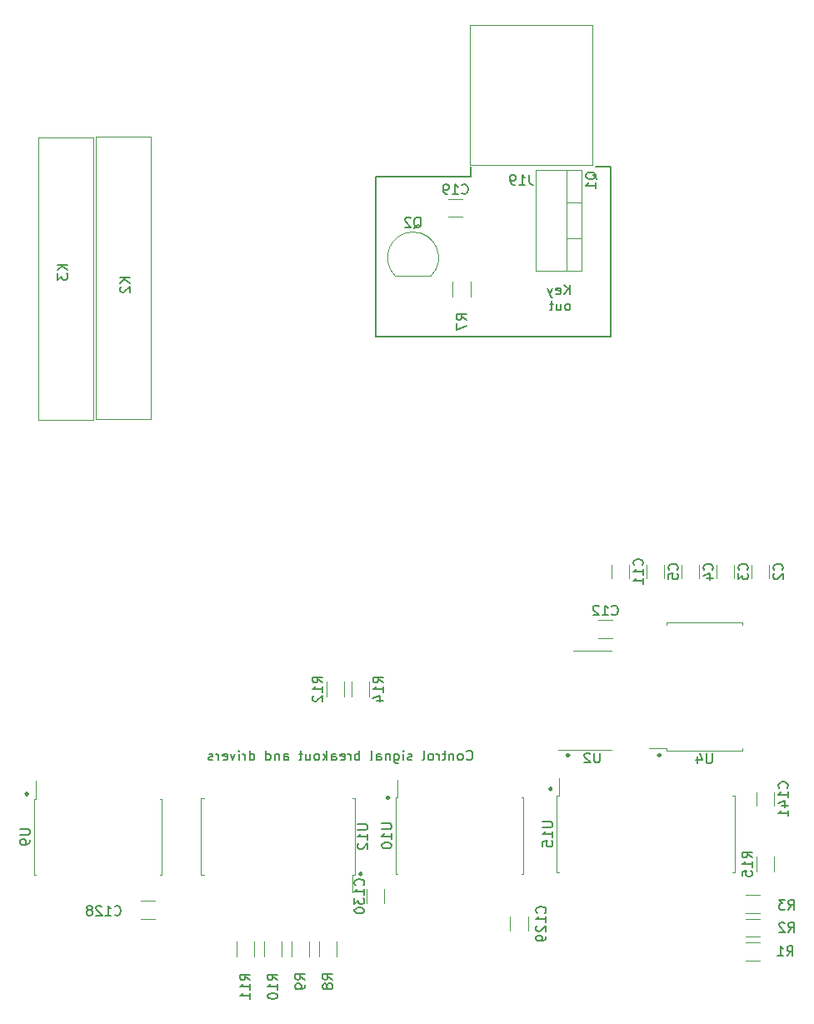
<source format=gbr>
%TF.GenerationSoftware,KiCad,Pcbnew,9.0.2*%
%TF.CreationDate,2025-07-28T11:32:36-05:00*%
%TF.ProjectId,K9HZ_100W_11band_LPF-Control,4b39485a-5f31-4303-9057-5f313162616e,rev?*%
%TF.SameCoordinates,Original*%
%TF.FileFunction,Legend,Bot*%
%TF.FilePolarity,Positive*%
%FSLAX46Y46*%
G04 Gerber Fmt 4.6, Leading zero omitted, Abs format (unit mm)*
G04 Created by KiCad (PCBNEW 9.0.2) date 2025-07-28 11:32:36*
%MOMM*%
%LPD*%
G01*
G04 APERTURE LIST*
%ADD10C,0.150000*%
%ADD11C,0.254605*%
%ADD12C,0.120000*%
G04 APERTURE END LIST*
D10*
X106172000Y-58420000D02*
X106172000Y-74676000D01*
X106172000Y-74676000D02*
X130048000Y-74676000D01*
D11*
X124079302Y-120650000D02*
G75*
G02*
X123824698Y-120650000I-127302J0D01*
G01*
X123824698Y-120650000D02*
G75*
G02*
X124079302Y-120650000I127302J0D01*
G01*
D10*
X130048000Y-57404000D02*
X128524000Y-57404000D01*
D11*
X135128302Y-117221000D02*
G75*
G02*
X134873698Y-117221000I-127302J0D01*
G01*
X134873698Y-117221000D02*
G75*
G02*
X135128302Y-117221000I127302J0D01*
G01*
X125857302Y-117221000D02*
G75*
G02*
X125602698Y-117221000I-127302J0D01*
G01*
X125602698Y-117221000D02*
G75*
G02*
X125857302Y-117221000I127302J0D01*
G01*
X70866302Y-121158000D02*
G75*
G02*
X70611698Y-121158000I-127302J0D01*
G01*
X70611698Y-121158000D02*
G75*
G02*
X70866302Y-121158000I127302J0D01*
G01*
D10*
X115824000Y-58420000D02*
X115824000Y-57404000D01*
X130048000Y-74676000D02*
X130048000Y-57404000D01*
D11*
X107569302Y-121539000D02*
G75*
G02*
X107314698Y-121539000I-127302J0D01*
G01*
X107314698Y-121539000D02*
G75*
G02*
X107569302Y-121539000I127302J0D01*
G01*
X104775302Y-129286000D02*
G75*
G02*
X104520698Y-129286000I-127302J0D01*
G01*
X104520698Y-129286000D02*
G75*
G02*
X104775302Y-129286000I127302J0D01*
G01*
D10*
X115824000Y-58420000D02*
X106172000Y-58420000D01*
X115423792Y-117630580D02*
X115471411Y-117678200D01*
X115471411Y-117678200D02*
X115614268Y-117725819D01*
X115614268Y-117725819D02*
X115709506Y-117725819D01*
X115709506Y-117725819D02*
X115852363Y-117678200D01*
X115852363Y-117678200D02*
X115947601Y-117582961D01*
X115947601Y-117582961D02*
X115995220Y-117487723D01*
X115995220Y-117487723D02*
X116042839Y-117297247D01*
X116042839Y-117297247D02*
X116042839Y-117154390D01*
X116042839Y-117154390D02*
X115995220Y-116963914D01*
X115995220Y-116963914D02*
X115947601Y-116868676D01*
X115947601Y-116868676D02*
X115852363Y-116773438D01*
X115852363Y-116773438D02*
X115709506Y-116725819D01*
X115709506Y-116725819D02*
X115614268Y-116725819D01*
X115614268Y-116725819D02*
X115471411Y-116773438D01*
X115471411Y-116773438D02*
X115423792Y-116821057D01*
X114852363Y-117725819D02*
X114947601Y-117678200D01*
X114947601Y-117678200D02*
X114995220Y-117630580D01*
X114995220Y-117630580D02*
X115042839Y-117535342D01*
X115042839Y-117535342D02*
X115042839Y-117249628D01*
X115042839Y-117249628D02*
X114995220Y-117154390D01*
X114995220Y-117154390D02*
X114947601Y-117106771D01*
X114947601Y-117106771D02*
X114852363Y-117059152D01*
X114852363Y-117059152D02*
X114709506Y-117059152D01*
X114709506Y-117059152D02*
X114614268Y-117106771D01*
X114614268Y-117106771D02*
X114566649Y-117154390D01*
X114566649Y-117154390D02*
X114519030Y-117249628D01*
X114519030Y-117249628D02*
X114519030Y-117535342D01*
X114519030Y-117535342D02*
X114566649Y-117630580D01*
X114566649Y-117630580D02*
X114614268Y-117678200D01*
X114614268Y-117678200D02*
X114709506Y-117725819D01*
X114709506Y-117725819D02*
X114852363Y-117725819D01*
X114090458Y-117059152D02*
X114090458Y-117725819D01*
X114090458Y-117154390D02*
X114042839Y-117106771D01*
X114042839Y-117106771D02*
X113947601Y-117059152D01*
X113947601Y-117059152D02*
X113804744Y-117059152D01*
X113804744Y-117059152D02*
X113709506Y-117106771D01*
X113709506Y-117106771D02*
X113661887Y-117202009D01*
X113661887Y-117202009D02*
X113661887Y-117725819D01*
X113328553Y-117059152D02*
X112947601Y-117059152D01*
X113185696Y-116725819D02*
X113185696Y-117582961D01*
X113185696Y-117582961D02*
X113138077Y-117678200D01*
X113138077Y-117678200D02*
X113042839Y-117725819D01*
X113042839Y-117725819D02*
X112947601Y-117725819D01*
X112614267Y-117725819D02*
X112614267Y-117059152D01*
X112614267Y-117249628D02*
X112566648Y-117154390D01*
X112566648Y-117154390D02*
X112519029Y-117106771D01*
X112519029Y-117106771D02*
X112423791Y-117059152D01*
X112423791Y-117059152D02*
X112328553Y-117059152D01*
X111852362Y-117725819D02*
X111947600Y-117678200D01*
X111947600Y-117678200D02*
X111995219Y-117630580D01*
X111995219Y-117630580D02*
X112042838Y-117535342D01*
X112042838Y-117535342D02*
X112042838Y-117249628D01*
X112042838Y-117249628D02*
X111995219Y-117154390D01*
X111995219Y-117154390D02*
X111947600Y-117106771D01*
X111947600Y-117106771D02*
X111852362Y-117059152D01*
X111852362Y-117059152D02*
X111709505Y-117059152D01*
X111709505Y-117059152D02*
X111614267Y-117106771D01*
X111614267Y-117106771D02*
X111566648Y-117154390D01*
X111566648Y-117154390D02*
X111519029Y-117249628D01*
X111519029Y-117249628D02*
X111519029Y-117535342D01*
X111519029Y-117535342D02*
X111566648Y-117630580D01*
X111566648Y-117630580D02*
X111614267Y-117678200D01*
X111614267Y-117678200D02*
X111709505Y-117725819D01*
X111709505Y-117725819D02*
X111852362Y-117725819D01*
X110947600Y-117725819D02*
X111042838Y-117678200D01*
X111042838Y-117678200D02*
X111090457Y-117582961D01*
X111090457Y-117582961D02*
X111090457Y-116725819D01*
X109852361Y-117678200D02*
X109757123Y-117725819D01*
X109757123Y-117725819D02*
X109566647Y-117725819D01*
X109566647Y-117725819D02*
X109471409Y-117678200D01*
X109471409Y-117678200D02*
X109423790Y-117582961D01*
X109423790Y-117582961D02*
X109423790Y-117535342D01*
X109423790Y-117535342D02*
X109471409Y-117440104D01*
X109471409Y-117440104D02*
X109566647Y-117392485D01*
X109566647Y-117392485D02*
X109709504Y-117392485D01*
X109709504Y-117392485D02*
X109804742Y-117344866D01*
X109804742Y-117344866D02*
X109852361Y-117249628D01*
X109852361Y-117249628D02*
X109852361Y-117202009D01*
X109852361Y-117202009D02*
X109804742Y-117106771D01*
X109804742Y-117106771D02*
X109709504Y-117059152D01*
X109709504Y-117059152D02*
X109566647Y-117059152D01*
X109566647Y-117059152D02*
X109471409Y-117106771D01*
X108995218Y-117725819D02*
X108995218Y-117059152D01*
X108995218Y-116725819D02*
X109042837Y-116773438D01*
X109042837Y-116773438D02*
X108995218Y-116821057D01*
X108995218Y-116821057D02*
X108947599Y-116773438D01*
X108947599Y-116773438D02*
X108995218Y-116725819D01*
X108995218Y-116725819D02*
X108995218Y-116821057D01*
X108090457Y-117059152D02*
X108090457Y-117868676D01*
X108090457Y-117868676D02*
X108138076Y-117963914D01*
X108138076Y-117963914D02*
X108185695Y-118011533D01*
X108185695Y-118011533D02*
X108280933Y-118059152D01*
X108280933Y-118059152D02*
X108423790Y-118059152D01*
X108423790Y-118059152D02*
X108519028Y-118011533D01*
X108090457Y-117678200D02*
X108185695Y-117725819D01*
X108185695Y-117725819D02*
X108376171Y-117725819D01*
X108376171Y-117725819D02*
X108471409Y-117678200D01*
X108471409Y-117678200D02*
X108519028Y-117630580D01*
X108519028Y-117630580D02*
X108566647Y-117535342D01*
X108566647Y-117535342D02*
X108566647Y-117249628D01*
X108566647Y-117249628D02*
X108519028Y-117154390D01*
X108519028Y-117154390D02*
X108471409Y-117106771D01*
X108471409Y-117106771D02*
X108376171Y-117059152D01*
X108376171Y-117059152D02*
X108185695Y-117059152D01*
X108185695Y-117059152D02*
X108090457Y-117106771D01*
X107614266Y-117059152D02*
X107614266Y-117725819D01*
X107614266Y-117154390D02*
X107566647Y-117106771D01*
X107566647Y-117106771D02*
X107471409Y-117059152D01*
X107471409Y-117059152D02*
X107328552Y-117059152D01*
X107328552Y-117059152D02*
X107233314Y-117106771D01*
X107233314Y-117106771D02*
X107185695Y-117202009D01*
X107185695Y-117202009D02*
X107185695Y-117725819D01*
X106280933Y-117725819D02*
X106280933Y-117202009D01*
X106280933Y-117202009D02*
X106328552Y-117106771D01*
X106328552Y-117106771D02*
X106423790Y-117059152D01*
X106423790Y-117059152D02*
X106614266Y-117059152D01*
X106614266Y-117059152D02*
X106709504Y-117106771D01*
X106280933Y-117678200D02*
X106376171Y-117725819D01*
X106376171Y-117725819D02*
X106614266Y-117725819D01*
X106614266Y-117725819D02*
X106709504Y-117678200D01*
X106709504Y-117678200D02*
X106757123Y-117582961D01*
X106757123Y-117582961D02*
X106757123Y-117487723D01*
X106757123Y-117487723D02*
X106709504Y-117392485D01*
X106709504Y-117392485D02*
X106614266Y-117344866D01*
X106614266Y-117344866D02*
X106376171Y-117344866D01*
X106376171Y-117344866D02*
X106280933Y-117297247D01*
X105661885Y-117725819D02*
X105757123Y-117678200D01*
X105757123Y-117678200D02*
X105804742Y-117582961D01*
X105804742Y-117582961D02*
X105804742Y-116725819D01*
X104519027Y-117725819D02*
X104519027Y-116725819D01*
X104519027Y-117106771D02*
X104423789Y-117059152D01*
X104423789Y-117059152D02*
X104233313Y-117059152D01*
X104233313Y-117059152D02*
X104138075Y-117106771D01*
X104138075Y-117106771D02*
X104090456Y-117154390D01*
X104090456Y-117154390D02*
X104042837Y-117249628D01*
X104042837Y-117249628D02*
X104042837Y-117535342D01*
X104042837Y-117535342D02*
X104090456Y-117630580D01*
X104090456Y-117630580D02*
X104138075Y-117678200D01*
X104138075Y-117678200D02*
X104233313Y-117725819D01*
X104233313Y-117725819D02*
X104423789Y-117725819D01*
X104423789Y-117725819D02*
X104519027Y-117678200D01*
X103614265Y-117725819D02*
X103614265Y-117059152D01*
X103614265Y-117249628D02*
X103566646Y-117154390D01*
X103566646Y-117154390D02*
X103519027Y-117106771D01*
X103519027Y-117106771D02*
X103423789Y-117059152D01*
X103423789Y-117059152D02*
X103328551Y-117059152D01*
X102614265Y-117678200D02*
X102709503Y-117725819D01*
X102709503Y-117725819D02*
X102899979Y-117725819D01*
X102899979Y-117725819D02*
X102995217Y-117678200D01*
X102995217Y-117678200D02*
X103042836Y-117582961D01*
X103042836Y-117582961D02*
X103042836Y-117202009D01*
X103042836Y-117202009D02*
X102995217Y-117106771D01*
X102995217Y-117106771D02*
X102899979Y-117059152D01*
X102899979Y-117059152D02*
X102709503Y-117059152D01*
X102709503Y-117059152D02*
X102614265Y-117106771D01*
X102614265Y-117106771D02*
X102566646Y-117202009D01*
X102566646Y-117202009D02*
X102566646Y-117297247D01*
X102566646Y-117297247D02*
X103042836Y-117392485D01*
X101709503Y-117725819D02*
X101709503Y-117202009D01*
X101709503Y-117202009D02*
X101757122Y-117106771D01*
X101757122Y-117106771D02*
X101852360Y-117059152D01*
X101852360Y-117059152D02*
X102042836Y-117059152D01*
X102042836Y-117059152D02*
X102138074Y-117106771D01*
X101709503Y-117678200D02*
X101804741Y-117725819D01*
X101804741Y-117725819D02*
X102042836Y-117725819D01*
X102042836Y-117725819D02*
X102138074Y-117678200D01*
X102138074Y-117678200D02*
X102185693Y-117582961D01*
X102185693Y-117582961D02*
X102185693Y-117487723D01*
X102185693Y-117487723D02*
X102138074Y-117392485D01*
X102138074Y-117392485D02*
X102042836Y-117344866D01*
X102042836Y-117344866D02*
X101804741Y-117344866D01*
X101804741Y-117344866D02*
X101709503Y-117297247D01*
X101233312Y-117725819D02*
X101233312Y-116725819D01*
X101138074Y-117344866D02*
X100852360Y-117725819D01*
X100852360Y-117059152D02*
X101233312Y-117440104D01*
X100280931Y-117725819D02*
X100376169Y-117678200D01*
X100376169Y-117678200D02*
X100423788Y-117630580D01*
X100423788Y-117630580D02*
X100471407Y-117535342D01*
X100471407Y-117535342D02*
X100471407Y-117249628D01*
X100471407Y-117249628D02*
X100423788Y-117154390D01*
X100423788Y-117154390D02*
X100376169Y-117106771D01*
X100376169Y-117106771D02*
X100280931Y-117059152D01*
X100280931Y-117059152D02*
X100138074Y-117059152D01*
X100138074Y-117059152D02*
X100042836Y-117106771D01*
X100042836Y-117106771D02*
X99995217Y-117154390D01*
X99995217Y-117154390D02*
X99947598Y-117249628D01*
X99947598Y-117249628D02*
X99947598Y-117535342D01*
X99947598Y-117535342D02*
X99995217Y-117630580D01*
X99995217Y-117630580D02*
X100042836Y-117678200D01*
X100042836Y-117678200D02*
X100138074Y-117725819D01*
X100138074Y-117725819D02*
X100280931Y-117725819D01*
X99090455Y-117059152D02*
X99090455Y-117725819D01*
X99519026Y-117059152D02*
X99519026Y-117582961D01*
X99519026Y-117582961D02*
X99471407Y-117678200D01*
X99471407Y-117678200D02*
X99376169Y-117725819D01*
X99376169Y-117725819D02*
X99233312Y-117725819D01*
X99233312Y-117725819D02*
X99138074Y-117678200D01*
X99138074Y-117678200D02*
X99090455Y-117630580D01*
X98757121Y-117059152D02*
X98376169Y-117059152D01*
X98614264Y-116725819D02*
X98614264Y-117582961D01*
X98614264Y-117582961D02*
X98566645Y-117678200D01*
X98566645Y-117678200D02*
X98471407Y-117725819D01*
X98471407Y-117725819D02*
X98376169Y-117725819D01*
X96852359Y-117725819D02*
X96852359Y-117202009D01*
X96852359Y-117202009D02*
X96899978Y-117106771D01*
X96899978Y-117106771D02*
X96995216Y-117059152D01*
X96995216Y-117059152D02*
X97185692Y-117059152D01*
X97185692Y-117059152D02*
X97280930Y-117106771D01*
X96852359Y-117678200D02*
X96947597Y-117725819D01*
X96947597Y-117725819D02*
X97185692Y-117725819D01*
X97185692Y-117725819D02*
X97280930Y-117678200D01*
X97280930Y-117678200D02*
X97328549Y-117582961D01*
X97328549Y-117582961D02*
X97328549Y-117487723D01*
X97328549Y-117487723D02*
X97280930Y-117392485D01*
X97280930Y-117392485D02*
X97185692Y-117344866D01*
X97185692Y-117344866D02*
X96947597Y-117344866D01*
X96947597Y-117344866D02*
X96852359Y-117297247D01*
X96376168Y-117059152D02*
X96376168Y-117725819D01*
X96376168Y-117154390D02*
X96328549Y-117106771D01*
X96328549Y-117106771D02*
X96233311Y-117059152D01*
X96233311Y-117059152D02*
X96090454Y-117059152D01*
X96090454Y-117059152D02*
X95995216Y-117106771D01*
X95995216Y-117106771D02*
X95947597Y-117202009D01*
X95947597Y-117202009D02*
X95947597Y-117725819D01*
X95042835Y-117725819D02*
X95042835Y-116725819D01*
X95042835Y-117678200D02*
X95138073Y-117725819D01*
X95138073Y-117725819D02*
X95328549Y-117725819D01*
X95328549Y-117725819D02*
X95423787Y-117678200D01*
X95423787Y-117678200D02*
X95471406Y-117630580D01*
X95471406Y-117630580D02*
X95519025Y-117535342D01*
X95519025Y-117535342D02*
X95519025Y-117249628D01*
X95519025Y-117249628D02*
X95471406Y-117154390D01*
X95471406Y-117154390D02*
X95423787Y-117106771D01*
X95423787Y-117106771D02*
X95328549Y-117059152D01*
X95328549Y-117059152D02*
X95138073Y-117059152D01*
X95138073Y-117059152D02*
X95042835Y-117106771D01*
X93376168Y-117725819D02*
X93376168Y-116725819D01*
X93376168Y-117678200D02*
X93471406Y-117725819D01*
X93471406Y-117725819D02*
X93661882Y-117725819D01*
X93661882Y-117725819D02*
X93757120Y-117678200D01*
X93757120Y-117678200D02*
X93804739Y-117630580D01*
X93804739Y-117630580D02*
X93852358Y-117535342D01*
X93852358Y-117535342D02*
X93852358Y-117249628D01*
X93852358Y-117249628D02*
X93804739Y-117154390D01*
X93804739Y-117154390D02*
X93757120Y-117106771D01*
X93757120Y-117106771D02*
X93661882Y-117059152D01*
X93661882Y-117059152D02*
X93471406Y-117059152D01*
X93471406Y-117059152D02*
X93376168Y-117106771D01*
X92899977Y-117725819D02*
X92899977Y-117059152D01*
X92899977Y-117249628D02*
X92852358Y-117154390D01*
X92852358Y-117154390D02*
X92804739Y-117106771D01*
X92804739Y-117106771D02*
X92709501Y-117059152D01*
X92709501Y-117059152D02*
X92614263Y-117059152D01*
X92280929Y-117725819D02*
X92280929Y-117059152D01*
X92280929Y-116725819D02*
X92328548Y-116773438D01*
X92328548Y-116773438D02*
X92280929Y-116821057D01*
X92280929Y-116821057D02*
X92233310Y-116773438D01*
X92233310Y-116773438D02*
X92280929Y-116725819D01*
X92280929Y-116725819D02*
X92280929Y-116821057D01*
X91899977Y-117059152D02*
X91661882Y-117725819D01*
X91661882Y-117725819D02*
X91423787Y-117059152D01*
X90661882Y-117678200D02*
X90757120Y-117725819D01*
X90757120Y-117725819D02*
X90947596Y-117725819D01*
X90947596Y-117725819D02*
X91042834Y-117678200D01*
X91042834Y-117678200D02*
X91090453Y-117582961D01*
X91090453Y-117582961D02*
X91090453Y-117202009D01*
X91090453Y-117202009D02*
X91042834Y-117106771D01*
X91042834Y-117106771D02*
X90947596Y-117059152D01*
X90947596Y-117059152D02*
X90757120Y-117059152D01*
X90757120Y-117059152D02*
X90661882Y-117106771D01*
X90661882Y-117106771D02*
X90614263Y-117202009D01*
X90614263Y-117202009D02*
X90614263Y-117297247D01*
X90614263Y-117297247D02*
X91090453Y-117392485D01*
X90185691Y-117725819D02*
X90185691Y-117059152D01*
X90185691Y-117249628D02*
X90138072Y-117154390D01*
X90138072Y-117154390D02*
X90090453Y-117106771D01*
X90090453Y-117106771D02*
X89995215Y-117059152D01*
X89995215Y-117059152D02*
X89899977Y-117059152D01*
X89614262Y-117678200D02*
X89519024Y-117725819D01*
X89519024Y-117725819D02*
X89328548Y-117725819D01*
X89328548Y-117725819D02*
X89233310Y-117678200D01*
X89233310Y-117678200D02*
X89185691Y-117582961D01*
X89185691Y-117582961D02*
X89185691Y-117535342D01*
X89185691Y-117535342D02*
X89233310Y-117440104D01*
X89233310Y-117440104D02*
X89328548Y-117392485D01*
X89328548Y-117392485D02*
X89471405Y-117392485D01*
X89471405Y-117392485D02*
X89566643Y-117344866D01*
X89566643Y-117344866D02*
X89614262Y-117249628D01*
X89614262Y-117249628D02*
X89614262Y-117202009D01*
X89614262Y-117202009D02*
X89566643Y-117106771D01*
X89566643Y-117106771D02*
X89471405Y-117059152D01*
X89471405Y-117059152D02*
X89328548Y-117059152D01*
X89328548Y-117059152D02*
X89233310Y-117106771D01*
X125901220Y-70395875D02*
X125901220Y-69395875D01*
X125329792Y-70395875D02*
X125758363Y-69824446D01*
X125329792Y-69395875D02*
X125901220Y-69967303D01*
X124520268Y-70348256D02*
X124615506Y-70395875D01*
X124615506Y-70395875D02*
X124805982Y-70395875D01*
X124805982Y-70395875D02*
X124901220Y-70348256D01*
X124901220Y-70348256D02*
X124948839Y-70253017D01*
X124948839Y-70253017D02*
X124948839Y-69872065D01*
X124948839Y-69872065D02*
X124901220Y-69776827D01*
X124901220Y-69776827D02*
X124805982Y-69729208D01*
X124805982Y-69729208D02*
X124615506Y-69729208D01*
X124615506Y-69729208D02*
X124520268Y-69776827D01*
X124520268Y-69776827D02*
X124472649Y-69872065D01*
X124472649Y-69872065D02*
X124472649Y-69967303D01*
X124472649Y-69967303D02*
X124948839Y-70062541D01*
X124139315Y-69729208D02*
X123901220Y-70395875D01*
X123663125Y-69729208D02*
X123901220Y-70395875D01*
X123901220Y-70395875D02*
X123996458Y-70633970D01*
X123996458Y-70633970D02*
X124044077Y-70681589D01*
X124044077Y-70681589D02*
X124139315Y-70729208D01*
X125758363Y-72005819D02*
X125853601Y-71958200D01*
X125853601Y-71958200D02*
X125901220Y-71910580D01*
X125901220Y-71910580D02*
X125948839Y-71815342D01*
X125948839Y-71815342D02*
X125948839Y-71529628D01*
X125948839Y-71529628D02*
X125901220Y-71434390D01*
X125901220Y-71434390D02*
X125853601Y-71386771D01*
X125853601Y-71386771D02*
X125758363Y-71339152D01*
X125758363Y-71339152D02*
X125615506Y-71339152D01*
X125615506Y-71339152D02*
X125520268Y-71386771D01*
X125520268Y-71386771D02*
X125472649Y-71434390D01*
X125472649Y-71434390D02*
X125425030Y-71529628D01*
X125425030Y-71529628D02*
X125425030Y-71815342D01*
X125425030Y-71815342D02*
X125472649Y-71910580D01*
X125472649Y-71910580D02*
X125520268Y-71958200D01*
X125520268Y-71958200D02*
X125615506Y-72005819D01*
X125615506Y-72005819D02*
X125758363Y-72005819D01*
X124567887Y-71339152D02*
X124567887Y-72005819D01*
X124996458Y-71339152D02*
X124996458Y-71862961D01*
X124996458Y-71862961D02*
X124948839Y-71958200D01*
X124948839Y-71958200D02*
X124853601Y-72005819D01*
X124853601Y-72005819D02*
X124710744Y-72005819D01*
X124710744Y-72005819D02*
X124615506Y-71958200D01*
X124615506Y-71958200D02*
X124567887Y-71910580D01*
X124234553Y-71339152D02*
X123853601Y-71339152D01*
X124091696Y-71005819D02*
X124091696Y-71862961D01*
X124091696Y-71862961D02*
X124044077Y-71958200D01*
X124044077Y-71958200D02*
X123948839Y-72005819D01*
X123948839Y-72005819D02*
X123853601Y-72005819D01*
X96212819Y-140073142D02*
X95736628Y-139739809D01*
X96212819Y-139501714D02*
X95212819Y-139501714D01*
X95212819Y-139501714D02*
X95212819Y-139882666D01*
X95212819Y-139882666D02*
X95260438Y-139977904D01*
X95260438Y-139977904D02*
X95308057Y-140025523D01*
X95308057Y-140025523D02*
X95403295Y-140073142D01*
X95403295Y-140073142D02*
X95546152Y-140073142D01*
X95546152Y-140073142D02*
X95641390Y-140025523D01*
X95641390Y-140025523D02*
X95689009Y-139977904D01*
X95689009Y-139977904D02*
X95736628Y-139882666D01*
X95736628Y-139882666D02*
X95736628Y-139501714D01*
X96212819Y-141025523D02*
X96212819Y-140454095D01*
X96212819Y-140739809D02*
X95212819Y-140739809D01*
X95212819Y-140739809D02*
X95355676Y-140644571D01*
X95355676Y-140644571D02*
X95450914Y-140549333D01*
X95450914Y-140549333D02*
X95498533Y-140454095D01*
X95212819Y-141644571D02*
X95212819Y-141739809D01*
X95212819Y-141739809D02*
X95260438Y-141835047D01*
X95260438Y-141835047D02*
X95308057Y-141882666D01*
X95308057Y-141882666D02*
X95403295Y-141930285D01*
X95403295Y-141930285D02*
X95593771Y-141977904D01*
X95593771Y-141977904D02*
X95831866Y-141977904D01*
X95831866Y-141977904D02*
X96022342Y-141930285D01*
X96022342Y-141930285D02*
X96117580Y-141882666D01*
X96117580Y-141882666D02*
X96165200Y-141835047D01*
X96165200Y-141835047D02*
X96212819Y-141739809D01*
X96212819Y-141739809D02*
X96212819Y-141644571D01*
X96212819Y-141644571D02*
X96165200Y-141549333D01*
X96165200Y-141549333D02*
X96117580Y-141501714D01*
X96117580Y-141501714D02*
X96022342Y-141454095D01*
X96022342Y-141454095D02*
X95831866Y-141406476D01*
X95831866Y-141406476D02*
X95593771Y-141406476D01*
X95593771Y-141406476D02*
X95403295Y-141454095D01*
X95403295Y-141454095D02*
X95308057Y-141501714D01*
X95308057Y-141501714D02*
X95260438Y-141549333D01*
X95260438Y-141549333D02*
X95212819Y-141644571D01*
X123395580Y-133230952D02*
X123443200Y-133183333D01*
X123443200Y-133183333D02*
X123490819Y-133040476D01*
X123490819Y-133040476D02*
X123490819Y-132945238D01*
X123490819Y-132945238D02*
X123443200Y-132802381D01*
X123443200Y-132802381D02*
X123347961Y-132707143D01*
X123347961Y-132707143D02*
X123252723Y-132659524D01*
X123252723Y-132659524D02*
X123062247Y-132611905D01*
X123062247Y-132611905D02*
X122919390Y-132611905D01*
X122919390Y-132611905D02*
X122728914Y-132659524D01*
X122728914Y-132659524D02*
X122633676Y-132707143D01*
X122633676Y-132707143D02*
X122538438Y-132802381D01*
X122538438Y-132802381D02*
X122490819Y-132945238D01*
X122490819Y-132945238D02*
X122490819Y-133040476D01*
X122490819Y-133040476D02*
X122538438Y-133183333D01*
X122538438Y-133183333D02*
X122586057Y-133230952D01*
X123490819Y-134183333D02*
X123490819Y-133611905D01*
X123490819Y-133897619D02*
X122490819Y-133897619D01*
X122490819Y-133897619D02*
X122633676Y-133802381D01*
X122633676Y-133802381D02*
X122728914Y-133707143D01*
X122728914Y-133707143D02*
X122776533Y-133611905D01*
X122586057Y-134564286D02*
X122538438Y-134611905D01*
X122538438Y-134611905D02*
X122490819Y-134707143D01*
X122490819Y-134707143D02*
X122490819Y-134945238D01*
X122490819Y-134945238D02*
X122538438Y-135040476D01*
X122538438Y-135040476D02*
X122586057Y-135088095D01*
X122586057Y-135088095D02*
X122681295Y-135135714D01*
X122681295Y-135135714D02*
X122776533Y-135135714D01*
X122776533Y-135135714D02*
X122919390Y-135088095D01*
X122919390Y-135088095D02*
X123490819Y-134516667D01*
X123490819Y-134516667D02*
X123490819Y-135135714D01*
X123490819Y-135611905D02*
X123490819Y-135802381D01*
X123490819Y-135802381D02*
X123443200Y-135897619D01*
X123443200Y-135897619D02*
X123395580Y-135945238D01*
X123395580Y-135945238D02*
X123252723Y-136040476D01*
X123252723Y-136040476D02*
X123062247Y-136088095D01*
X123062247Y-136088095D02*
X122681295Y-136088095D01*
X122681295Y-136088095D02*
X122586057Y-136040476D01*
X122586057Y-136040476D02*
X122538438Y-135992857D01*
X122538438Y-135992857D02*
X122490819Y-135897619D01*
X122490819Y-135897619D02*
X122490819Y-135707143D01*
X122490819Y-135707143D02*
X122538438Y-135611905D01*
X122538438Y-135611905D02*
X122586057Y-135564286D01*
X122586057Y-135564286D02*
X122681295Y-135516667D01*
X122681295Y-135516667D02*
X122919390Y-135516667D01*
X122919390Y-135516667D02*
X123014628Y-135564286D01*
X123014628Y-135564286D02*
X123062247Y-135611905D01*
X123062247Y-135611905D02*
X123109866Y-135707143D01*
X123109866Y-135707143D02*
X123109866Y-135897619D01*
X123109866Y-135897619D02*
X123062247Y-135992857D01*
X123062247Y-135992857D02*
X123014628Y-136040476D01*
X123014628Y-136040476D02*
X122919390Y-136088095D01*
X79669047Y-133409580D02*
X79716666Y-133457200D01*
X79716666Y-133457200D02*
X79859523Y-133504819D01*
X79859523Y-133504819D02*
X79954761Y-133504819D01*
X79954761Y-133504819D02*
X80097618Y-133457200D01*
X80097618Y-133457200D02*
X80192856Y-133361961D01*
X80192856Y-133361961D02*
X80240475Y-133266723D01*
X80240475Y-133266723D02*
X80288094Y-133076247D01*
X80288094Y-133076247D02*
X80288094Y-132933390D01*
X80288094Y-132933390D02*
X80240475Y-132742914D01*
X80240475Y-132742914D02*
X80192856Y-132647676D01*
X80192856Y-132647676D02*
X80097618Y-132552438D01*
X80097618Y-132552438D02*
X79954761Y-132504819D01*
X79954761Y-132504819D02*
X79859523Y-132504819D01*
X79859523Y-132504819D02*
X79716666Y-132552438D01*
X79716666Y-132552438D02*
X79669047Y-132600057D01*
X78716666Y-133504819D02*
X79288094Y-133504819D01*
X79002380Y-133504819D02*
X79002380Y-132504819D01*
X79002380Y-132504819D02*
X79097618Y-132647676D01*
X79097618Y-132647676D02*
X79192856Y-132742914D01*
X79192856Y-132742914D02*
X79288094Y-132790533D01*
X78335713Y-132600057D02*
X78288094Y-132552438D01*
X78288094Y-132552438D02*
X78192856Y-132504819D01*
X78192856Y-132504819D02*
X77954761Y-132504819D01*
X77954761Y-132504819D02*
X77859523Y-132552438D01*
X77859523Y-132552438D02*
X77811904Y-132600057D01*
X77811904Y-132600057D02*
X77764285Y-132695295D01*
X77764285Y-132695295D02*
X77764285Y-132790533D01*
X77764285Y-132790533D02*
X77811904Y-132933390D01*
X77811904Y-132933390D02*
X78383332Y-133504819D01*
X78383332Y-133504819D02*
X77764285Y-133504819D01*
X77192856Y-132933390D02*
X77288094Y-132885771D01*
X77288094Y-132885771D02*
X77335713Y-132838152D01*
X77335713Y-132838152D02*
X77383332Y-132742914D01*
X77383332Y-132742914D02*
X77383332Y-132695295D01*
X77383332Y-132695295D02*
X77335713Y-132600057D01*
X77335713Y-132600057D02*
X77288094Y-132552438D01*
X77288094Y-132552438D02*
X77192856Y-132504819D01*
X77192856Y-132504819D02*
X77002380Y-132504819D01*
X77002380Y-132504819D02*
X76907142Y-132552438D01*
X76907142Y-132552438D02*
X76859523Y-132600057D01*
X76859523Y-132600057D02*
X76811904Y-132695295D01*
X76811904Y-132695295D02*
X76811904Y-132742914D01*
X76811904Y-132742914D02*
X76859523Y-132838152D01*
X76859523Y-132838152D02*
X76907142Y-132885771D01*
X76907142Y-132885771D02*
X77002380Y-132933390D01*
X77002380Y-132933390D02*
X77192856Y-132933390D01*
X77192856Y-132933390D02*
X77288094Y-132981009D01*
X77288094Y-132981009D02*
X77335713Y-133028628D01*
X77335713Y-133028628D02*
X77383332Y-133123866D01*
X77383332Y-133123866D02*
X77383332Y-133314342D01*
X77383332Y-133314342D02*
X77335713Y-133409580D01*
X77335713Y-133409580D02*
X77288094Y-133457200D01*
X77288094Y-133457200D02*
X77192856Y-133504819D01*
X77192856Y-133504819D02*
X77002380Y-133504819D01*
X77002380Y-133504819D02*
X76907142Y-133457200D01*
X76907142Y-133457200D02*
X76859523Y-133409580D01*
X76859523Y-133409580D02*
X76811904Y-133314342D01*
X76811904Y-133314342D02*
X76811904Y-133123866D01*
X76811904Y-133123866D02*
X76859523Y-133028628D01*
X76859523Y-133028628D02*
X76907142Y-132981009D01*
X76907142Y-132981009D02*
X77002380Y-132933390D01*
X147994666Y-137614819D02*
X148327999Y-137138628D01*
X148566094Y-137614819D02*
X148566094Y-136614819D01*
X148566094Y-136614819D02*
X148185142Y-136614819D01*
X148185142Y-136614819D02*
X148089904Y-136662438D01*
X148089904Y-136662438D02*
X148042285Y-136710057D01*
X148042285Y-136710057D02*
X147994666Y-136805295D01*
X147994666Y-136805295D02*
X147994666Y-136948152D01*
X147994666Y-136948152D02*
X148042285Y-137043390D01*
X148042285Y-137043390D02*
X148089904Y-137091009D01*
X148089904Y-137091009D02*
X148185142Y-137138628D01*
X148185142Y-137138628D02*
X148566094Y-137138628D01*
X147042285Y-137614819D02*
X147613713Y-137614819D01*
X147327999Y-137614819D02*
X147327999Y-136614819D01*
X147327999Y-136614819D02*
X147423237Y-136757676D01*
X147423237Y-136757676D02*
X147518475Y-136852914D01*
X147518475Y-136852914D02*
X147613713Y-136900533D01*
X100784819Y-109847142D02*
X100308628Y-109513809D01*
X100784819Y-109275714D02*
X99784819Y-109275714D01*
X99784819Y-109275714D02*
X99784819Y-109656666D01*
X99784819Y-109656666D02*
X99832438Y-109751904D01*
X99832438Y-109751904D02*
X99880057Y-109799523D01*
X99880057Y-109799523D02*
X99975295Y-109847142D01*
X99975295Y-109847142D02*
X100118152Y-109847142D01*
X100118152Y-109847142D02*
X100213390Y-109799523D01*
X100213390Y-109799523D02*
X100261009Y-109751904D01*
X100261009Y-109751904D02*
X100308628Y-109656666D01*
X100308628Y-109656666D02*
X100308628Y-109275714D01*
X100784819Y-110799523D02*
X100784819Y-110228095D01*
X100784819Y-110513809D02*
X99784819Y-110513809D01*
X99784819Y-110513809D02*
X99927676Y-110418571D01*
X99927676Y-110418571D02*
X100022914Y-110323333D01*
X100022914Y-110323333D02*
X100070533Y-110228095D01*
X99880057Y-111180476D02*
X99832438Y-111228095D01*
X99832438Y-111228095D02*
X99784819Y-111323333D01*
X99784819Y-111323333D02*
X99784819Y-111561428D01*
X99784819Y-111561428D02*
X99832438Y-111656666D01*
X99832438Y-111656666D02*
X99880057Y-111704285D01*
X99880057Y-111704285D02*
X99975295Y-111751904D01*
X99975295Y-111751904D02*
X100070533Y-111751904D01*
X100070533Y-111751904D02*
X100213390Y-111704285D01*
X100213390Y-111704285D02*
X100784819Y-111132857D01*
X100784819Y-111132857D02*
X100784819Y-111751904D01*
X147497580Y-98385333D02*
X147545200Y-98337714D01*
X147545200Y-98337714D02*
X147592819Y-98194857D01*
X147592819Y-98194857D02*
X147592819Y-98099619D01*
X147592819Y-98099619D02*
X147545200Y-97956762D01*
X147545200Y-97956762D02*
X147449961Y-97861524D01*
X147449961Y-97861524D02*
X147354723Y-97813905D01*
X147354723Y-97813905D02*
X147164247Y-97766286D01*
X147164247Y-97766286D02*
X147021390Y-97766286D01*
X147021390Y-97766286D02*
X146830914Y-97813905D01*
X146830914Y-97813905D02*
X146735676Y-97861524D01*
X146735676Y-97861524D02*
X146640438Y-97956762D01*
X146640438Y-97956762D02*
X146592819Y-98099619D01*
X146592819Y-98099619D02*
X146592819Y-98194857D01*
X146592819Y-98194857D02*
X146640438Y-98337714D01*
X146640438Y-98337714D02*
X146688057Y-98385333D01*
X146688057Y-98766286D02*
X146640438Y-98813905D01*
X146640438Y-98813905D02*
X146592819Y-98909143D01*
X146592819Y-98909143D02*
X146592819Y-99147238D01*
X146592819Y-99147238D02*
X146640438Y-99242476D01*
X146640438Y-99242476D02*
X146688057Y-99290095D01*
X146688057Y-99290095D02*
X146783295Y-99337714D01*
X146783295Y-99337714D02*
X146878533Y-99337714D01*
X146878533Y-99337714D02*
X147021390Y-99290095D01*
X147021390Y-99290095D02*
X147592819Y-98718667D01*
X147592819Y-98718667D02*
X147592819Y-99337714D01*
X143941580Y-98385333D02*
X143989200Y-98337714D01*
X143989200Y-98337714D02*
X144036819Y-98194857D01*
X144036819Y-98194857D02*
X144036819Y-98099619D01*
X144036819Y-98099619D02*
X143989200Y-97956762D01*
X143989200Y-97956762D02*
X143893961Y-97861524D01*
X143893961Y-97861524D02*
X143798723Y-97813905D01*
X143798723Y-97813905D02*
X143608247Y-97766286D01*
X143608247Y-97766286D02*
X143465390Y-97766286D01*
X143465390Y-97766286D02*
X143274914Y-97813905D01*
X143274914Y-97813905D02*
X143179676Y-97861524D01*
X143179676Y-97861524D02*
X143084438Y-97956762D01*
X143084438Y-97956762D02*
X143036819Y-98099619D01*
X143036819Y-98099619D02*
X143036819Y-98194857D01*
X143036819Y-98194857D02*
X143084438Y-98337714D01*
X143084438Y-98337714D02*
X143132057Y-98385333D01*
X143036819Y-98718667D02*
X143036819Y-99337714D01*
X143036819Y-99337714D02*
X143417771Y-99004381D01*
X143417771Y-99004381D02*
X143417771Y-99147238D01*
X143417771Y-99147238D02*
X143465390Y-99242476D01*
X143465390Y-99242476D02*
X143513009Y-99290095D01*
X143513009Y-99290095D02*
X143608247Y-99337714D01*
X143608247Y-99337714D02*
X143846342Y-99337714D01*
X143846342Y-99337714D02*
X143941580Y-99290095D01*
X143941580Y-99290095D02*
X143989200Y-99242476D01*
X143989200Y-99242476D02*
X144036819Y-99147238D01*
X144036819Y-99147238D02*
X144036819Y-98861524D01*
X144036819Y-98861524D02*
X143989200Y-98766286D01*
X143989200Y-98766286D02*
X143941580Y-98718667D01*
X106922819Y-109847142D02*
X106446628Y-109513809D01*
X106922819Y-109275714D02*
X105922819Y-109275714D01*
X105922819Y-109275714D02*
X105922819Y-109656666D01*
X105922819Y-109656666D02*
X105970438Y-109751904D01*
X105970438Y-109751904D02*
X106018057Y-109799523D01*
X106018057Y-109799523D02*
X106113295Y-109847142D01*
X106113295Y-109847142D02*
X106256152Y-109847142D01*
X106256152Y-109847142D02*
X106351390Y-109799523D01*
X106351390Y-109799523D02*
X106399009Y-109751904D01*
X106399009Y-109751904D02*
X106446628Y-109656666D01*
X106446628Y-109656666D02*
X106446628Y-109275714D01*
X106922819Y-110799523D02*
X106922819Y-110228095D01*
X106922819Y-110513809D02*
X105922819Y-110513809D01*
X105922819Y-110513809D02*
X106065676Y-110418571D01*
X106065676Y-110418571D02*
X106160914Y-110323333D01*
X106160914Y-110323333D02*
X106208533Y-110228095D01*
X106256152Y-111656666D02*
X106922819Y-111656666D01*
X105875200Y-111418571D02*
X106589485Y-111180476D01*
X106589485Y-111180476D02*
X106589485Y-111799523D01*
X104370819Y-124237905D02*
X105180342Y-124237905D01*
X105180342Y-124237905D02*
X105275580Y-124285524D01*
X105275580Y-124285524D02*
X105323200Y-124333143D01*
X105323200Y-124333143D02*
X105370819Y-124428381D01*
X105370819Y-124428381D02*
X105370819Y-124618857D01*
X105370819Y-124618857D02*
X105323200Y-124714095D01*
X105323200Y-124714095D02*
X105275580Y-124761714D01*
X105275580Y-124761714D02*
X105180342Y-124809333D01*
X105180342Y-124809333D02*
X104370819Y-124809333D01*
X105370819Y-125809333D02*
X105370819Y-125237905D01*
X105370819Y-125523619D02*
X104370819Y-125523619D01*
X104370819Y-125523619D02*
X104513676Y-125428381D01*
X104513676Y-125428381D02*
X104608914Y-125333143D01*
X104608914Y-125333143D02*
X104656533Y-125237905D01*
X104466057Y-126190286D02*
X104418438Y-126237905D01*
X104418438Y-126237905D02*
X104370819Y-126333143D01*
X104370819Y-126333143D02*
X104370819Y-126571238D01*
X104370819Y-126571238D02*
X104418438Y-126666476D01*
X104418438Y-126666476D02*
X104466057Y-126714095D01*
X104466057Y-126714095D02*
X104561295Y-126761714D01*
X104561295Y-126761714D02*
X104656533Y-126761714D01*
X104656533Y-126761714D02*
X104799390Y-126714095D01*
X104799390Y-126714095D02*
X105370819Y-126142667D01*
X105370819Y-126142667D02*
X105370819Y-126761714D01*
X99006819Y-140041333D02*
X98530628Y-139708000D01*
X99006819Y-139469905D02*
X98006819Y-139469905D01*
X98006819Y-139469905D02*
X98006819Y-139850857D01*
X98006819Y-139850857D02*
X98054438Y-139946095D01*
X98054438Y-139946095D02*
X98102057Y-139993714D01*
X98102057Y-139993714D02*
X98197295Y-140041333D01*
X98197295Y-140041333D02*
X98340152Y-140041333D01*
X98340152Y-140041333D02*
X98435390Y-139993714D01*
X98435390Y-139993714D02*
X98483009Y-139946095D01*
X98483009Y-139946095D02*
X98530628Y-139850857D01*
X98530628Y-139850857D02*
X98530628Y-139469905D01*
X99006819Y-140517524D02*
X99006819Y-140708000D01*
X99006819Y-140708000D02*
X98959200Y-140803238D01*
X98959200Y-140803238D02*
X98911580Y-140850857D01*
X98911580Y-140850857D02*
X98768723Y-140946095D01*
X98768723Y-140946095D02*
X98578247Y-140993714D01*
X98578247Y-140993714D02*
X98197295Y-140993714D01*
X98197295Y-140993714D02*
X98102057Y-140946095D01*
X98102057Y-140946095D02*
X98054438Y-140898476D01*
X98054438Y-140898476D02*
X98006819Y-140803238D01*
X98006819Y-140803238D02*
X98006819Y-140612762D01*
X98006819Y-140612762D02*
X98054438Y-140517524D01*
X98054438Y-140517524D02*
X98102057Y-140469905D01*
X98102057Y-140469905D02*
X98197295Y-140422286D01*
X98197295Y-140422286D02*
X98435390Y-140422286D01*
X98435390Y-140422286D02*
X98530628Y-140469905D01*
X98530628Y-140469905D02*
X98578247Y-140517524D01*
X98578247Y-140517524D02*
X98625866Y-140612762D01*
X98625866Y-140612762D02*
X98625866Y-140803238D01*
X98625866Y-140803238D02*
X98578247Y-140898476D01*
X98578247Y-140898476D02*
X98530628Y-140946095D01*
X98530628Y-140946095D02*
X98435390Y-140993714D01*
X128645057Y-58705761D02*
X128597438Y-58610523D01*
X128597438Y-58610523D02*
X128502200Y-58515285D01*
X128502200Y-58515285D02*
X128359342Y-58372428D01*
X128359342Y-58372428D02*
X128311723Y-58277190D01*
X128311723Y-58277190D02*
X128311723Y-58181952D01*
X128549819Y-58229571D02*
X128502200Y-58134333D01*
X128502200Y-58134333D02*
X128406961Y-58039095D01*
X128406961Y-58039095D02*
X128216485Y-57991476D01*
X128216485Y-57991476D02*
X127883152Y-57991476D01*
X127883152Y-57991476D02*
X127692676Y-58039095D01*
X127692676Y-58039095D02*
X127597438Y-58134333D01*
X127597438Y-58134333D02*
X127549819Y-58229571D01*
X127549819Y-58229571D02*
X127549819Y-58420047D01*
X127549819Y-58420047D02*
X127597438Y-58515285D01*
X127597438Y-58515285D02*
X127692676Y-58610523D01*
X127692676Y-58610523D02*
X127883152Y-58658142D01*
X127883152Y-58658142D02*
X128216485Y-58658142D01*
X128216485Y-58658142D02*
X128406961Y-58610523D01*
X128406961Y-58610523D02*
X128502200Y-58515285D01*
X128502200Y-58515285D02*
X128549819Y-58420047D01*
X128549819Y-58420047D02*
X128549819Y-58229571D01*
X128549819Y-59610523D02*
X128549819Y-59039095D01*
X128549819Y-59324809D02*
X127549819Y-59324809D01*
X127549819Y-59324809D02*
X127692676Y-59229571D01*
X127692676Y-59229571D02*
X127787914Y-59134333D01*
X127787914Y-59134333D02*
X127835533Y-59039095D01*
X101800819Y-140041333D02*
X101324628Y-139708000D01*
X101800819Y-139469905D02*
X100800819Y-139469905D01*
X100800819Y-139469905D02*
X100800819Y-139850857D01*
X100800819Y-139850857D02*
X100848438Y-139946095D01*
X100848438Y-139946095D02*
X100896057Y-139993714D01*
X100896057Y-139993714D02*
X100991295Y-140041333D01*
X100991295Y-140041333D02*
X101134152Y-140041333D01*
X101134152Y-140041333D02*
X101229390Y-139993714D01*
X101229390Y-139993714D02*
X101277009Y-139946095D01*
X101277009Y-139946095D02*
X101324628Y-139850857D01*
X101324628Y-139850857D02*
X101324628Y-139469905D01*
X101229390Y-140612762D02*
X101181771Y-140517524D01*
X101181771Y-140517524D02*
X101134152Y-140469905D01*
X101134152Y-140469905D02*
X101038914Y-140422286D01*
X101038914Y-140422286D02*
X100991295Y-140422286D01*
X100991295Y-140422286D02*
X100896057Y-140469905D01*
X100896057Y-140469905D02*
X100848438Y-140517524D01*
X100848438Y-140517524D02*
X100800819Y-140612762D01*
X100800819Y-140612762D02*
X100800819Y-140803238D01*
X100800819Y-140803238D02*
X100848438Y-140898476D01*
X100848438Y-140898476D02*
X100896057Y-140946095D01*
X100896057Y-140946095D02*
X100991295Y-140993714D01*
X100991295Y-140993714D02*
X101038914Y-140993714D01*
X101038914Y-140993714D02*
X101134152Y-140946095D01*
X101134152Y-140946095D02*
X101181771Y-140898476D01*
X101181771Y-140898476D02*
X101229390Y-140803238D01*
X101229390Y-140803238D02*
X101229390Y-140612762D01*
X101229390Y-140612762D02*
X101277009Y-140517524D01*
X101277009Y-140517524D02*
X101324628Y-140469905D01*
X101324628Y-140469905D02*
X101419866Y-140422286D01*
X101419866Y-140422286D02*
X101610342Y-140422286D01*
X101610342Y-140422286D02*
X101705580Y-140469905D01*
X101705580Y-140469905D02*
X101753200Y-140517524D01*
X101753200Y-140517524D02*
X101800819Y-140612762D01*
X101800819Y-140612762D02*
X101800819Y-140803238D01*
X101800819Y-140803238D02*
X101753200Y-140898476D01*
X101753200Y-140898476D02*
X101705580Y-140946095D01*
X101705580Y-140946095D02*
X101610342Y-140993714D01*
X101610342Y-140993714D02*
X101419866Y-140993714D01*
X101419866Y-140993714D02*
X101324628Y-140946095D01*
X101324628Y-140946095D02*
X101277009Y-140898476D01*
X101277009Y-140898476D02*
X101229390Y-140803238D01*
X114942857Y-60104580D02*
X114990476Y-60152200D01*
X114990476Y-60152200D02*
X115133333Y-60199819D01*
X115133333Y-60199819D02*
X115228571Y-60199819D01*
X115228571Y-60199819D02*
X115371428Y-60152200D01*
X115371428Y-60152200D02*
X115466666Y-60056961D01*
X115466666Y-60056961D02*
X115514285Y-59961723D01*
X115514285Y-59961723D02*
X115561904Y-59771247D01*
X115561904Y-59771247D02*
X115561904Y-59628390D01*
X115561904Y-59628390D02*
X115514285Y-59437914D01*
X115514285Y-59437914D02*
X115466666Y-59342676D01*
X115466666Y-59342676D02*
X115371428Y-59247438D01*
X115371428Y-59247438D02*
X115228571Y-59199819D01*
X115228571Y-59199819D02*
X115133333Y-59199819D01*
X115133333Y-59199819D02*
X114990476Y-59247438D01*
X114990476Y-59247438D02*
X114942857Y-59295057D01*
X113990476Y-60199819D02*
X114561904Y-60199819D01*
X114276190Y-60199819D02*
X114276190Y-59199819D01*
X114276190Y-59199819D02*
X114371428Y-59342676D01*
X114371428Y-59342676D02*
X114466666Y-59437914D01*
X114466666Y-59437914D02*
X114561904Y-59485533D01*
X113514285Y-60199819D02*
X113323809Y-60199819D01*
X113323809Y-60199819D02*
X113228571Y-60152200D01*
X113228571Y-60152200D02*
X113180952Y-60104580D01*
X113180952Y-60104580D02*
X113085714Y-59961723D01*
X113085714Y-59961723D02*
X113038095Y-59771247D01*
X113038095Y-59771247D02*
X113038095Y-59390295D01*
X113038095Y-59390295D02*
X113085714Y-59295057D01*
X113085714Y-59295057D02*
X113133333Y-59247438D01*
X113133333Y-59247438D02*
X113228571Y-59199819D01*
X113228571Y-59199819D02*
X113419047Y-59199819D01*
X113419047Y-59199819D02*
X113514285Y-59247438D01*
X113514285Y-59247438D02*
X113561904Y-59295057D01*
X113561904Y-59295057D02*
X113609523Y-59390295D01*
X113609523Y-59390295D02*
X113609523Y-59628390D01*
X113609523Y-59628390D02*
X113561904Y-59723628D01*
X113561904Y-59723628D02*
X113514285Y-59771247D01*
X113514285Y-59771247D02*
X113419047Y-59818866D01*
X113419047Y-59818866D02*
X113228571Y-59818866D01*
X113228571Y-59818866D02*
X113133333Y-59771247D01*
X113133333Y-59771247D02*
X113085714Y-59723628D01*
X113085714Y-59723628D02*
X113038095Y-59628390D01*
X133259580Y-97909142D02*
X133307200Y-97861523D01*
X133307200Y-97861523D02*
X133354819Y-97718666D01*
X133354819Y-97718666D02*
X133354819Y-97623428D01*
X133354819Y-97623428D02*
X133307200Y-97480571D01*
X133307200Y-97480571D02*
X133211961Y-97385333D01*
X133211961Y-97385333D02*
X133116723Y-97337714D01*
X133116723Y-97337714D02*
X132926247Y-97290095D01*
X132926247Y-97290095D02*
X132783390Y-97290095D01*
X132783390Y-97290095D02*
X132592914Y-97337714D01*
X132592914Y-97337714D02*
X132497676Y-97385333D01*
X132497676Y-97385333D02*
X132402438Y-97480571D01*
X132402438Y-97480571D02*
X132354819Y-97623428D01*
X132354819Y-97623428D02*
X132354819Y-97718666D01*
X132354819Y-97718666D02*
X132402438Y-97861523D01*
X132402438Y-97861523D02*
X132450057Y-97909142D01*
X133354819Y-98861523D02*
X133354819Y-98290095D01*
X133354819Y-98575809D02*
X132354819Y-98575809D01*
X132354819Y-98575809D02*
X132497676Y-98480571D01*
X132497676Y-98480571D02*
X132592914Y-98385333D01*
X132592914Y-98385333D02*
X132640533Y-98290095D01*
X133354819Y-99813904D02*
X133354819Y-99242476D01*
X133354819Y-99528190D02*
X132354819Y-99528190D01*
X132354819Y-99528190D02*
X132497676Y-99432952D01*
X132497676Y-99432952D02*
X132592914Y-99337714D01*
X132592914Y-99337714D02*
X132640533Y-99242476D01*
X130182857Y-102903580D02*
X130230476Y-102951200D01*
X130230476Y-102951200D02*
X130373333Y-102998819D01*
X130373333Y-102998819D02*
X130468571Y-102998819D01*
X130468571Y-102998819D02*
X130611428Y-102951200D01*
X130611428Y-102951200D02*
X130706666Y-102855961D01*
X130706666Y-102855961D02*
X130754285Y-102760723D01*
X130754285Y-102760723D02*
X130801904Y-102570247D01*
X130801904Y-102570247D02*
X130801904Y-102427390D01*
X130801904Y-102427390D02*
X130754285Y-102236914D01*
X130754285Y-102236914D02*
X130706666Y-102141676D01*
X130706666Y-102141676D02*
X130611428Y-102046438D01*
X130611428Y-102046438D02*
X130468571Y-101998819D01*
X130468571Y-101998819D02*
X130373333Y-101998819D01*
X130373333Y-101998819D02*
X130230476Y-102046438D01*
X130230476Y-102046438D02*
X130182857Y-102094057D01*
X129230476Y-102998819D02*
X129801904Y-102998819D01*
X129516190Y-102998819D02*
X129516190Y-101998819D01*
X129516190Y-101998819D02*
X129611428Y-102141676D01*
X129611428Y-102141676D02*
X129706666Y-102236914D01*
X129706666Y-102236914D02*
X129801904Y-102284533D01*
X128849523Y-102094057D02*
X128801904Y-102046438D01*
X128801904Y-102046438D02*
X128706666Y-101998819D01*
X128706666Y-101998819D02*
X128468571Y-101998819D01*
X128468571Y-101998819D02*
X128373333Y-102046438D01*
X128373333Y-102046438D02*
X128325714Y-102094057D01*
X128325714Y-102094057D02*
X128278095Y-102189295D01*
X128278095Y-102189295D02*
X128278095Y-102284533D01*
X128278095Y-102284533D02*
X128325714Y-102427390D01*
X128325714Y-102427390D02*
X128897142Y-102998819D01*
X128897142Y-102998819D02*
X128278095Y-102998819D01*
X81226819Y-68657905D02*
X80226819Y-68657905D01*
X81226819Y-69229333D02*
X80655390Y-68800762D01*
X80226819Y-69229333D02*
X80798247Y-68657905D01*
X80322057Y-69610286D02*
X80274438Y-69657905D01*
X80274438Y-69657905D02*
X80226819Y-69753143D01*
X80226819Y-69753143D02*
X80226819Y-69991238D01*
X80226819Y-69991238D02*
X80274438Y-70086476D01*
X80274438Y-70086476D02*
X80322057Y-70134095D01*
X80322057Y-70134095D02*
X80417295Y-70181714D01*
X80417295Y-70181714D02*
X80512533Y-70181714D01*
X80512533Y-70181714D02*
X80655390Y-70134095D01*
X80655390Y-70134095D02*
X81226819Y-69562667D01*
X81226819Y-69562667D02*
X81226819Y-70181714D01*
X121789723Y-58230419D02*
X121789723Y-58944704D01*
X121789723Y-58944704D02*
X121837342Y-59087561D01*
X121837342Y-59087561D02*
X121932580Y-59182800D01*
X121932580Y-59182800D02*
X122075437Y-59230419D01*
X122075437Y-59230419D02*
X122170675Y-59230419D01*
X120789723Y-59230419D02*
X121361151Y-59230419D01*
X121075437Y-59230419D02*
X121075437Y-58230419D01*
X121075437Y-58230419D02*
X121170675Y-58373276D01*
X121170675Y-58373276D02*
X121265913Y-58468514D01*
X121265913Y-58468514D02*
X121361151Y-58516133D01*
X120313532Y-59230419D02*
X120123056Y-59230419D01*
X120123056Y-59230419D02*
X120027818Y-59182800D01*
X120027818Y-59182800D02*
X119980199Y-59135180D01*
X119980199Y-59135180D02*
X119884961Y-58992323D01*
X119884961Y-58992323D02*
X119837342Y-58801847D01*
X119837342Y-58801847D02*
X119837342Y-58420895D01*
X119837342Y-58420895D02*
X119884961Y-58325657D01*
X119884961Y-58325657D02*
X119932580Y-58278038D01*
X119932580Y-58278038D02*
X120027818Y-58230419D01*
X120027818Y-58230419D02*
X120218294Y-58230419D01*
X120218294Y-58230419D02*
X120313532Y-58278038D01*
X120313532Y-58278038D02*
X120361151Y-58325657D01*
X120361151Y-58325657D02*
X120408770Y-58420895D01*
X120408770Y-58420895D02*
X120408770Y-58658990D01*
X120408770Y-58658990D02*
X120361151Y-58754228D01*
X120361151Y-58754228D02*
X120313532Y-58801847D01*
X120313532Y-58801847D02*
X120218294Y-58849466D01*
X120218294Y-58849466D02*
X120027818Y-58849466D01*
X120027818Y-58849466D02*
X119932580Y-58801847D01*
X119932580Y-58801847D02*
X119884961Y-58754228D01*
X119884961Y-58754228D02*
X119837342Y-58658990D01*
X74876819Y-67363905D02*
X73876819Y-67363905D01*
X74876819Y-67935333D02*
X74305390Y-67506762D01*
X73876819Y-67935333D02*
X74448247Y-67363905D01*
X73876819Y-68268667D02*
X73876819Y-68887714D01*
X73876819Y-68887714D02*
X74257771Y-68554381D01*
X74257771Y-68554381D02*
X74257771Y-68697238D01*
X74257771Y-68697238D02*
X74305390Y-68792476D01*
X74305390Y-68792476D02*
X74353009Y-68840095D01*
X74353009Y-68840095D02*
X74448247Y-68887714D01*
X74448247Y-68887714D02*
X74686342Y-68887714D01*
X74686342Y-68887714D02*
X74781580Y-68840095D01*
X74781580Y-68840095D02*
X74829200Y-68792476D01*
X74829200Y-68792476D02*
X74876819Y-68697238D01*
X74876819Y-68697238D02*
X74876819Y-68411524D01*
X74876819Y-68411524D02*
X74829200Y-68316286D01*
X74829200Y-68316286D02*
X74781580Y-68268667D01*
X136829580Y-98385333D02*
X136877200Y-98337714D01*
X136877200Y-98337714D02*
X136924819Y-98194857D01*
X136924819Y-98194857D02*
X136924819Y-98099619D01*
X136924819Y-98099619D02*
X136877200Y-97956762D01*
X136877200Y-97956762D02*
X136781961Y-97861524D01*
X136781961Y-97861524D02*
X136686723Y-97813905D01*
X136686723Y-97813905D02*
X136496247Y-97766286D01*
X136496247Y-97766286D02*
X136353390Y-97766286D01*
X136353390Y-97766286D02*
X136162914Y-97813905D01*
X136162914Y-97813905D02*
X136067676Y-97861524D01*
X136067676Y-97861524D02*
X135972438Y-97956762D01*
X135972438Y-97956762D02*
X135924819Y-98099619D01*
X135924819Y-98099619D02*
X135924819Y-98194857D01*
X135924819Y-98194857D02*
X135972438Y-98337714D01*
X135972438Y-98337714D02*
X136020057Y-98385333D01*
X135924819Y-99290095D02*
X135924819Y-98813905D01*
X135924819Y-98813905D02*
X136401009Y-98766286D01*
X136401009Y-98766286D02*
X136353390Y-98813905D01*
X136353390Y-98813905D02*
X136305771Y-98909143D01*
X136305771Y-98909143D02*
X136305771Y-99147238D01*
X136305771Y-99147238D02*
X136353390Y-99242476D01*
X136353390Y-99242476D02*
X136401009Y-99290095D01*
X136401009Y-99290095D02*
X136496247Y-99337714D01*
X136496247Y-99337714D02*
X136734342Y-99337714D01*
X136734342Y-99337714D02*
X136829580Y-99290095D01*
X136829580Y-99290095D02*
X136877200Y-99242476D01*
X136877200Y-99242476D02*
X136924819Y-99147238D01*
X136924819Y-99147238D02*
X136924819Y-98909143D01*
X136924819Y-98909143D02*
X136877200Y-98813905D01*
X136877200Y-98813905D02*
X136829580Y-98766286D01*
X123158819Y-123983905D02*
X123968342Y-123983905D01*
X123968342Y-123983905D02*
X124063580Y-124031524D01*
X124063580Y-124031524D02*
X124111200Y-124079143D01*
X124111200Y-124079143D02*
X124158819Y-124174381D01*
X124158819Y-124174381D02*
X124158819Y-124364857D01*
X124158819Y-124364857D02*
X124111200Y-124460095D01*
X124111200Y-124460095D02*
X124063580Y-124507714D01*
X124063580Y-124507714D02*
X123968342Y-124555333D01*
X123968342Y-124555333D02*
X123158819Y-124555333D01*
X124158819Y-125555333D02*
X124158819Y-124983905D01*
X124158819Y-125269619D02*
X123158819Y-125269619D01*
X123158819Y-125269619D02*
X123301676Y-125174381D01*
X123301676Y-125174381D02*
X123396914Y-125079143D01*
X123396914Y-125079143D02*
X123444533Y-124983905D01*
X123158819Y-126460095D02*
X123158819Y-125983905D01*
X123158819Y-125983905D02*
X123635009Y-125936286D01*
X123635009Y-125936286D02*
X123587390Y-125983905D01*
X123587390Y-125983905D02*
X123539771Y-126079143D01*
X123539771Y-126079143D02*
X123539771Y-126317238D01*
X123539771Y-126317238D02*
X123587390Y-126412476D01*
X123587390Y-126412476D02*
X123635009Y-126460095D01*
X123635009Y-126460095D02*
X123730247Y-126507714D01*
X123730247Y-126507714D02*
X123968342Y-126507714D01*
X123968342Y-126507714D02*
X124063580Y-126460095D01*
X124063580Y-126460095D02*
X124111200Y-126412476D01*
X124111200Y-126412476D02*
X124158819Y-126317238D01*
X124158819Y-126317238D02*
X124158819Y-126079143D01*
X124158819Y-126079143D02*
X124111200Y-125983905D01*
X124111200Y-125983905D02*
X124063580Y-125936286D01*
X115389819Y-72985333D02*
X114913628Y-72652000D01*
X115389819Y-72413905D02*
X114389819Y-72413905D01*
X114389819Y-72413905D02*
X114389819Y-72794857D01*
X114389819Y-72794857D02*
X114437438Y-72890095D01*
X114437438Y-72890095D02*
X114485057Y-72937714D01*
X114485057Y-72937714D02*
X114580295Y-72985333D01*
X114580295Y-72985333D02*
X114723152Y-72985333D01*
X114723152Y-72985333D02*
X114818390Y-72937714D01*
X114818390Y-72937714D02*
X114866009Y-72890095D01*
X114866009Y-72890095D02*
X114913628Y-72794857D01*
X114913628Y-72794857D02*
X114913628Y-72413905D01*
X114389819Y-73318667D02*
X114389819Y-73985333D01*
X114389819Y-73985333D02*
X115389819Y-73556762D01*
X140361904Y-117049819D02*
X140361904Y-117859342D01*
X140361904Y-117859342D02*
X140314285Y-117954580D01*
X140314285Y-117954580D02*
X140266666Y-118002200D01*
X140266666Y-118002200D02*
X140171428Y-118049819D01*
X140171428Y-118049819D02*
X139980952Y-118049819D01*
X139980952Y-118049819D02*
X139885714Y-118002200D01*
X139885714Y-118002200D02*
X139838095Y-117954580D01*
X139838095Y-117954580D02*
X139790476Y-117859342D01*
X139790476Y-117859342D02*
X139790476Y-117049819D01*
X138885714Y-117383152D02*
X138885714Y-118049819D01*
X139123809Y-117002200D02*
X139361904Y-117716485D01*
X139361904Y-117716485D02*
X138742857Y-117716485D01*
X110077238Y-63644057D02*
X110172476Y-63596438D01*
X110172476Y-63596438D02*
X110267714Y-63501200D01*
X110267714Y-63501200D02*
X110410571Y-63358342D01*
X110410571Y-63358342D02*
X110505809Y-63310723D01*
X110505809Y-63310723D02*
X110601047Y-63310723D01*
X110553428Y-63548819D02*
X110648666Y-63501200D01*
X110648666Y-63501200D02*
X110743904Y-63405961D01*
X110743904Y-63405961D02*
X110791523Y-63215485D01*
X110791523Y-63215485D02*
X110791523Y-62882152D01*
X110791523Y-62882152D02*
X110743904Y-62691676D01*
X110743904Y-62691676D02*
X110648666Y-62596438D01*
X110648666Y-62596438D02*
X110553428Y-62548819D01*
X110553428Y-62548819D02*
X110362952Y-62548819D01*
X110362952Y-62548819D02*
X110267714Y-62596438D01*
X110267714Y-62596438D02*
X110172476Y-62691676D01*
X110172476Y-62691676D02*
X110124857Y-62882152D01*
X110124857Y-62882152D02*
X110124857Y-63215485D01*
X110124857Y-63215485D02*
X110172476Y-63405961D01*
X110172476Y-63405961D02*
X110267714Y-63501200D01*
X110267714Y-63501200D02*
X110362952Y-63548819D01*
X110362952Y-63548819D02*
X110553428Y-63548819D01*
X109743904Y-62644057D02*
X109696285Y-62596438D01*
X109696285Y-62596438D02*
X109601047Y-62548819D01*
X109601047Y-62548819D02*
X109362952Y-62548819D01*
X109362952Y-62548819D02*
X109267714Y-62596438D01*
X109267714Y-62596438D02*
X109220095Y-62644057D01*
X109220095Y-62644057D02*
X109172476Y-62739295D01*
X109172476Y-62739295D02*
X109172476Y-62834533D01*
X109172476Y-62834533D02*
X109220095Y-62977390D01*
X109220095Y-62977390D02*
X109791523Y-63548819D01*
X109791523Y-63548819D02*
X109172476Y-63548819D01*
X148005580Y-120546952D02*
X148053200Y-120499333D01*
X148053200Y-120499333D02*
X148100819Y-120356476D01*
X148100819Y-120356476D02*
X148100819Y-120261238D01*
X148100819Y-120261238D02*
X148053200Y-120118381D01*
X148053200Y-120118381D02*
X147957961Y-120023143D01*
X147957961Y-120023143D02*
X147862723Y-119975524D01*
X147862723Y-119975524D02*
X147672247Y-119927905D01*
X147672247Y-119927905D02*
X147529390Y-119927905D01*
X147529390Y-119927905D02*
X147338914Y-119975524D01*
X147338914Y-119975524D02*
X147243676Y-120023143D01*
X147243676Y-120023143D02*
X147148438Y-120118381D01*
X147148438Y-120118381D02*
X147100819Y-120261238D01*
X147100819Y-120261238D02*
X147100819Y-120356476D01*
X147100819Y-120356476D02*
X147148438Y-120499333D01*
X147148438Y-120499333D02*
X147196057Y-120546952D01*
X148100819Y-121499333D02*
X148100819Y-120927905D01*
X148100819Y-121213619D02*
X147100819Y-121213619D01*
X147100819Y-121213619D02*
X147243676Y-121118381D01*
X147243676Y-121118381D02*
X147338914Y-121023143D01*
X147338914Y-121023143D02*
X147386533Y-120927905D01*
X147434152Y-122356476D02*
X148100819Y-122356476D01*
X147053200Y-122118381D02*
X147767485Y-121880286D01*
X147767485Y-121880286D02*
X147767485Y-122499333D01*
X148100819Y-123404095D02*
X148100819Y-122832667D01*
X148100819Y-123118381D02*
X147100819Y-123118381D01*
X147100819Y-123118381D02*
X147243676Y-123023143D01*
X147243676Y-123023143D02*
X147338914Y-122927905D01*
X147338914Y-122927905D02*
X147386533Y-122832667D01*
X106804819Y-124161905D02*
X107614342Y-124161905D01*
X107614342Y-124161905D02*
X107709580Y-124209524D01*
X107709580Y-124209524D02*
X107757200Y-124257143D01*
X107757200Y-124257143D02*
X107804819Y-124352381D01*
X107804819Y-124352381D02*
X107804819Y-124542857D01*
X107804819Y-124542857D02*
X107757200Y-124638095D01*
X107757200Y-124638095D02*
X107709580Y-124685714D01*
X107709580Y-124685714D02*
X107614342Y-124733333D01*
X107614342Y-124733333D02*
X106804819Y-124733333D01*
X107804819Y-125733333D02*
X107804819Y-125161905D01*
X107804819Y-125447619D02*
X106804819Y-125447619D01*
X106804819Y-125447619D02*
X106947676Y-125352381D01*
X106947676Y-125352381D02*
X107042914Y-125257143D01*
X107042914Y-125257143D02*
X107090533Y-125161905D01*
X106804819Y-126352381D02*
X106804819Y-126447619D01*
X106804819Y-126447619D02*
X106852438Y-126542857D01*
X106852438Y-126542857D02*
X106900057Y-126590476D01*
X106900057Y-126590476D02*
X106995295Y-126638095D01*
X106995295Y-126638095D02*
X107185771Y-126685714D01*
X107185771Y-126685714D02*
X107423866Y-126685714D01*
X107423866Y-126685714D02*
X107614342Y-126638095D01*
X107614342Y-126638095D02*
X107709580Y-126590476D01*
X107709580Y-126590476D02*
X107757200Y-126542857D01*
X107757200Y-126542857D02*
X107804819Y-126447619D01*
X107804819Y-126447619D02*
X107804819Y-126352381D01*
X107804819Y-126352381D02*
X107757200Y-126257143D01*
X107757200Y-126257143D02*
X107709580Y-126209524D01*
X107709580Y-126209524D02*
X107614342Y-126161905D01*
X107614342Y-126161905D02*
X107423866Y-126114286D01*
X107423866Y-126114286D02*
X107185771Y-126114286D01*
X107185771Y-126114286D02*
X106995295Y-126161905D01*
X106995295Y-126161905D02*
X106900057Y-126209524D01*
X106900057Y-126209524D02*
X106852438Y-126257143D01*
X106852438Y-126257143D02*
X106804819Y-126352381D01*
X148121666Y-135201819D02*
X148454999Y-134725628D01*
X148693094Y-135201819D02*
X148693094Y-134201819D01*
X148693094Y-134201819D02*
X148312142Y-134201819D01*
X148312142Y-134201819D02*
X148216904Y-134249438D01*
X148216904Y-134249438D02*
X148169285Y-134297057D01*
X148169285Y-134297057D02*
X148121666Y-134392295D01*
X148121666Y-134392295D02*
X148121666Y-134535152D01*
X148121666Y-134535152D02*
X148169285Y-134630390D01*
X148169285Y-134630390D02*
X148216904Y-134678009D01*
X148216904Y-134678009D02*
X148312142Y-134725628D01*
X148312142Y-134725628D02*
X148693094Y-134725628D01*
X147740713Y-134297057D02*
X147693094Y-134249438D01*
X147693094Y-134249438D02*
X147597856Y-134201819D01*
X147597856Y-134201819D02*
X147359761Y-134201819D01*
X147359761Y-134201819D02*
X147264523Y-134249438D01*
X147264523Y-134249438D02*
X147216904Y-134297057D01*
X147216904Y-134297057D02*
X147169285Y-134392295D01*
X147169285Y-134392295D02*
X147169285Y-134487533D01*
X147169285Y-134487533D02*
X147216904Y-134630390D01*
X147216904Y-134630390D02*
X147788332Y-135201819D01*
X147788332Y-135201819D02*
X147169285Y-135201819D01*
X70054819Y-124738095D02*
X70864342Y-124738095D01*
X70864342Y-124738095D02*
X70959580Y-124785714D01*
X70959580Y-124785714D02*
X71007200Y-124833333D01*
X71007200Y-124833333D02*
X71054819Y-124928571D01*
X71054819Y-124928571D02*
X71054819Y-125119047D01*
X71054819Y-125119047D02*
X71007200Y-125214285D01*
X71007200Y-125214285D02*
X70959580Y-125261904D01*
X70959580Y-125261904D02*
X70864342Y-125309523D01*
X70864342Y-125309523D02*
X70054819Y-125309523D01*
X71054819Y-125833333D02*
X71054819Y-126023809D01*
X71054819Y-126023809D02*
X71007200Y-126119047D01*
X71007200Y-126119047D02*
X70959580Y-126166666D01*
X70959580Y-126166666D02*
X70816723Y-126261904D01*
X70816723Y-126261904D02*
X70626247Y-126309523D01*
X70626247Y-126309523D02*
X70245295Y-126309523D01*
X70245295Y-126309523D02*
X70150057Y-126261904D01*
X70150057Y-126261904D02*
X70102438Y-126214285D01*
X70102438Y-126214285D02*
X70054819Y-126119047D01*
X70054819Y-126119047D02*
X70054819Y-125928571D01*
X70054819Y-125928571D02*
X70102438Y-125833333D01*
X70102438Y-125833333D02*
X70150057Y-125785714D01*
X70150057Y-125785714D02*
X70245295Y-125738095D01*
X70245295Y-125738095D02*
X70483390Y-125738095D01*
X70483390Y-125738095D02*
X70578628Y-125785714D01*
X70578628Y-125785714D02*
X70626247Y-125833333D01*
X70626247Y-125833333D02*
X70673866Y-125928571D01*
X70673866Y-125928571D02*
X70673866Y-126119047D01*
X70673866Y-126119047D02*
X70626247Y-126214285D01*
X70626247Y-126214285D02*
X70578628Y-126261904D01*
X70578628Y-126261904D02*
X70483390Y-126309523D01*
X104931380Y-130427552D02*
X104979000Y-130379933D01*
X104979000Y-130379933D02*
X105026619Y-130237076D01*
X105026619Y-130237076D02*
X105026619Y-130141838D01*
X105026619Y-130141838D02*
X104979000Y-129998981D01*
X104979000Y-129998981D02*
X104883761Y-129903743D01*
X104883761Y-129903743D02*
X104788523Y-129856124D01*
X104788523Y-129856124D02*
X104598047Y-129808505D01*
X104598047Y-129808505D02*
X104455190Y-129808505D01*
X104455190Y-129808505D02*
X104264714Y-129856124D01*
X104264714Y-129856124D02*
X104169476Y-129903743D01*
X104169476Y-129903743D02*
X104074238Y-129998981D01*
X104074238Y-129998981D02*
X104026619Y-130141838D01*
X104026619Y-130141838D02*
X104026619Y-130237076D01*
X104026619Y-130237076D02*
X104074238Y-130379933D01*
X104074238Y-130379933D02*
X104121857Y-130427552D01*
X105026619Y-131379933D02*
X105026619Y-130808505D01*
X105026619Y-131094219D02*
X104026619Y-131094219D01*
X104026619Y-131094219D02*
X104169476Y-130998981D01*
X104169476Y-130998981D02*
X104264714Y-130903743D01*
X104264714Y-130903743D02*
X104312333Y-130808505D01*
X104026619Y-131713267D02*
X104026619Y-132332314D01*
X104026619Y-132332314D02*
X104407571Y-131998981D01*
X104407571Y-131998981D02*
X104407571Y-132141838D01*
X104407571Y-132141838D02*
X104455190Y-132237076D01*
X104455190Y-132237076D02*
X104502809Y-132284695D01*
X104502809Y-132284695D02*
X104598047Y-132332314D01*
X104598047Y-132332314D02*
X104836142Y-132332314D01*
X104836142Y-132332314D02*
X104931380Y-132284695D01*
X104931380Y-132284695D02*
X104979000Y-132237076D01*
X104979000Y-132237076D02*
X105026619Y-132141838D01*
X105026619Y-132141838D02*
X105026619Y-131856124D01*
X105026619Y-131856124D02*
X104979000Y-131760886D01*
X104979000Y-131760886D02*
X104931380Y-131713267D01*
X104026619Y-132951362D02*
X104026619Y-133046600D01*
X104026619Y-133046600D02*
X104074238Y-133141838D01*
X104074238Y-133141838D02*
X104121857Y-133189457D01*
X104121857Y-133189457D02*
X104217095Y-133237076D01*
X104217095Y-133237076D02*
X104407571Y-133284695D01*
X104407571Y-133284695D02*
X104645666Y-133284695D01*
X104645666Y-133284695D02*
X104836142Y-133237076D01*
X104836142Y-133237076D02*
X104931380Y-133189457D01*
X104931380Y-133189457D02*
X104979000Y-133141838D01*
X104979000Y-133141838D02*
X105026619Y-133046600D01*
X105026619Y-133046600D02*
X105026619Y-132951362D01*
X105026619Y-132951362D02*
X104979000Y-132856124D01*
X104979000Y-132856124D02*
X104931380Y-132808505D01*
X104931380Y-132808505D02*
X104836142Y-132760886D01*
X104836142Y-132760886D02*
X104645666Y-132713267D01*
X104645666Y-132713267D02*
X104407571Y-132713267D01*
X104407571Y-132713267D02*
X104217095Y-132760886D01*
X104217095Y-132760886D02*
X104121857Y-132808505D01*
X104121857Y-132808505D02*
X104074238Y-132856124D01*
X104074238Y-132856124D02*
X104026619Y-132951362D01*
X128969904Y-116987819D02*
X128969904Y-117797342D01*
X128969904Y-117797342D02*
X128922285Y-117892580D01*
X128922285Y-117892580D02*
X128874666Y-117940200D01*
X128874666Y-117940200D02*
X128779428Y-117987819D01*
X128779428Y-117987819D02*
X128588952Y-117987819D01*
X128588952Y-117987819D02*
X128493714Y-117940200D01*
X128493714Y-117940200D02*
X128446095Y-117892580D01*
X128446095Y-117892580D02*
X128398476Y-117797342D01*
X128398476Y-117797342D02*
X128398476Y-116987819D01*
X127969904Y-117083057D02*
X127922285Y-117035438D01*
X127922285Y-117035438D02*
X127827047Y-116987819D01*
X127827047Y-116987819D02*
X127588952Y-116987819D01*
X127588952Y-116987819D02*
X127493714Y-117035438D01*
X127493714Y-117035438D02*
X127446095Y-117083057D01*
X127446095Y-117083057D02*
X127398476Y-117178295D01*
X127398476Y-117178295D02*
X127398476Y-117273533D01*
X127398476Y-117273533D02*
X127446095Y-117416390D01*
X127446095Y-117416390D02*
X128017523Y-117987819D01*
X128017523Y-117987819D02*
X127398476Y-117987819D01*
X144430819Y-127627142D02*
X143954628Y-127293809D01*
X144430819Y-127055714D02*
X143430819Y-127055714D01*
X143430819Y-127055714D02*
X143430819Y-127436666D01*
X143430819Y-127436666D02*
X143478438Y-127531904D01*
X143478438Y-127531904D02*
X143526057Y-127579523D01*
X143526057Y-127579523D02*
X143621295Y-127627142D01*
X143621295Y-127627142D02*
X143764152Y-127627142D01*
X143764152Y-127627142D02*
X143859390Y-127579523D01*
X143859390Y-127579523D02*
X143907009Y-127531904D01*
X143907009Y-127531904D02*
X143954628Y-127436666D01*
X143954628Y-127436666D02*
X143954628Y-127055714D01*
X144430819Y-128579523D02*
X144430819Y-128008095D01*
X144430819Y-128293809D02*
X143430819Y-128293809D01*
X143430819Y-128293809D02*
X143573676Y-128198571D01*
X143573676Y-128198571D02*
X143668914Y-128103333D01*
X143668914Y-128103333D02*
X143716533Y-128008095D01*
X143430819Y-129484285D02*
X143430819Y-129008095D01*
X143430819Y-129008095D02*
X143907009Y-128960476D01*
X143907009Y-128960476D02*
X143859390Y-129008095D01*
X143859390Y-129008095D02*
X143811771Y-129103333D01*
X143811771Y-129103333D02*
X143811771Y-129341428D01*
X143811771Y-129341428D02*
X143859390Y-129436666D01*
X143859390Y-129436666D02*
X143907009Y-129484285D01*
X143907009Y-129484285D02*
X144002247Y-129531904D01*
X144002247Y-129531904D02*
X144240342Y-129531904D01*
X144240342Y-129531904D02*
X144335580Y-129484285D01*
X144335580Y-129484285D02*
X144383200Y-129436666D01*
X144383200Y-129436666D02*
X144430819Y-129341428D01*
X144430819Y-129341428D02*
X144430819Y-129103333D01*
X144430819Y-129103333D02*
X144383200Y-129008095D01*
X144383200Y-129008095D02*
X144335580Y-128960476D01*
X148121666Y-132915819D02*
X148454999Y-132439628D01*
X148693094Y-132915819D02*
X148693094Y-131915819D01*
X148693094Y-131915819D02*
X148312142Y-131915819D01*
X148312142Y-131915819D02*
X148216904Y-131963438D01*
X148216904Y-131963438D02*
X148169285Y-132011057D01*
X148169285Y-132011057D02*
X148121666Y-132106295D01*
X148121666Y-132106295D02*
X148121666Y-132249152D01*
X148121666Y-132249152D02*
X148169285Y-132344390D01*
X148169285Y-132344390D02*
X148216904Y-132392009D01*
X148216904Y-132392009D02*
X148312142Y-132439628D01*
X148312142Y-132439628D02*
X148693094Y-132439628D01*
X147788332Y-131915819D02*
X147169285Y-131915819D01*
X147169285Y-131915819D02*
X147502618Y-132296771D01*
X147502618Y-132296771D02*
X147359761Y-132296771D01*
X147359761Y-132296771D02*
X147264523Y-132344390D01*
X147264523Y-132344390D02*
X147216904Y-132392009D01*
X147216904Y-132392009D02*
X147169285Y-132487247D01*
X147169285Y-132487247D02*
X147169285Y-132725342D01*
X147169285Y-132725342D02*
X147216904Y-132820580D01*
X147216904Y-132820580D02*
X147264523Y-132868200D01*
X147264523Y-132868200D02*
X147359761Y-132915819D01*
X147359761Y-132915819D02*
X147645475Y-132915819D01*
X147645475Y-132915819D02*
X147740713Y-132868200D01*
X147740713Y-132868200D02*
X147788332Y-132820580D01*
X140385580Y-98385333D02*
X140433200Y-98337714D01*
X140433200Y-98337714D02*
X140480819Y-98194857D01*
X140480819Y-98194857D02*
X140480819Y-98099619D01*
X140480819Y-98099619D02*
X140433200Y-97956762D01*
X140433200Y-97956762D02*
X140337961Y-97861524D01*
X140337961Y-97861524D02*
X140242723Y-97813905D01*
X140242723Y-97813905D02*
X140052247Y-97766286D01*
X140052247Y-97766286D02*
X139909390Y-97766286D01*
X139909390Y-97766286D02*
X139718914Y-97813905D01*
X139718914Y-97813905D02*
X139623676Y-97861524D01*
X139623676Y-97861524D02*
X139528438Y-97956762D01*
X139528438Y-97956762D02*
X139480819Y-98099619D01*
X139480819Y-98099619D02*
X139480819Y-98194857D01*
X139480819Y-98194857D02*
X139528438Y-98337714D01*
X139528438Y-98337714D02*
X139576057Y-98385333D01*
X139814152Y-99242476D02*
X140480819Y-99242476D01*
X139433200Y-99004381D02*
X140147485Y-98766286D01*
X140147485Y-98766286D02*
X140147485Y-99385333D01*
X93418819Y-140073142D02*
X92942628Y-139739809D01*
X93418819Y-139501714D02*
X92418819Y-139501714D01*
X92418819Y-139501714D02*
X92418819Y-139882666D01*
X92418819Y-139882666D02*
X92466438Y-139977904D01*
X92466438Y-139977904D02*
X92514057Y-140025523D01*
X92514057Y-140025523D02*
X92609295Y-140073142D01*
X92609295Y-140073142D02*
X92752152Y-140073142D01*
X92752152Y-140073142D02*
X92847390Y-140025523D01*
X92847390Y-140025523D02*
X92895009Y-139977904D01*
X92895009Y-139977904D02*
X92942628Y-139882666D01*
X92942628Y-139882666D02*
X92942628Y-139501714D01*
X93418819Y-141025523D02*
X93418819Y-140454095D01*
X93418819Y-140739809D02*
X92418819Y-140739809D01*
X92418819Y-140739809D02*
X92561676Y-140644571D01*
X92561676Y-140644571D02*
X92656914Y-140549333D01*
X92656914Y-140549333D02*
X92704533Y-140454095D01*
X93418819Y-141977904D02*
X93418819Y-141406476D01*
X93418819Y-141692190D02*
X92418819Y-141692190D01*
X92418819Y-141692190D02*
X92561676Y-141596952D01*
X92561676Y-141596952D02*
X92656914Y-141501714D01*
X92656914Y-141501714D02*
X92704533Y-141406476D01*
D12*
%TO.C,R10*%
X94848000Y-136178936D02*
X94848000Y-137633064D01*
X96668000Y-136178936D02*
X96668000Y-137633064D01*
%TO.C,C129*%
X119840000Y-133638748D02*
X119840000Y-135061252D01*
X121660000Y-133638748D02*
X121660000Y-135061252D01*
%TO.C,C128*%
X82338748Y-132040000D02*
X83761252Y-132040000D01*
X82338748Y-133860000D02*
X83761252Y-133860000D01*
%TO.C,R1*%
X143798936Y-136250000D02*
X145253064Y-136250000D01*
X143798936Y-138070000D02*
X145253064Y-138070000D01*
%TO.C,R12*%
X101198000Y-111217064D02*
X101198000Y-109762936D01*
X103018000Y-111217064D02*
X103018000Y-109762936D01*
%TO.C,C2*%
X144378000Y-99263252D02*
X144378000Y-97840748D01*
X146198000Y-99263252D02*
X146198000Y-97840748D01*
%TO.C,C3*%
X140822000Y-99263252D02*
X140822000Y-97840748D01*
X142642000Y-99263252D02*
X142642000Y-97840748D01*
%TO.C,R14*%
X103738000Y-111217064D02*
X103738000Y-109762936D01*
X105558000Y-111217064D02*
X105558000Y-109762936D01*
%TO.C,U12*%
X88456000Y-121616000D02*
X88721000Y-121616000D01*
X88456000Y-125476000D02*
X88456000Y-121616000D01*
X88456000Y-125476000D02*
X88456000Y-129336000D01*
X88456000Y-129336000D02*
X88721000Y-129336000D01*
X103811000Y-129336000D02*
X103811000Y-131151000D01*
X104076000Y-121616000D02*
X103811000Y-121616000D01*
X104076000Y-125476000D02*
X104076000Y-121616000D01*
X104076000Y-125476000D02*
X104076000Y-129336000D01*
X104076000Y-129336000D02*
X103811000Y-129336000D01*
%TO.C,R9*%
X97642000Y-136178936D02*
X97642000Y-137633064D01*
X99462000Y-136178936D02*
X99462000Y-137633064D01*
%TO.C,Q1*%
X122454000Y-67985000D02*
X122454000Y-57745000D01*
X125585000Y-67985000D02*
X125585000Y-57745000D01*
X127095000Y-57745000D02*
X122454000Y-57745000D01*
X127095000Y-61014000D02*
X125585000Y-61014000D01*
X127095000Y-64715000D02*
X125585000Y-64715000D01*
X127095000Y-67985000D02*
X122454000Y-67985000D01*
X127095000Y-67985000D02*
X127095000Y-57745000D01*
%TO.C,R8*%
X100436000Y-136178936D02*
X100436000Y-137633064D01*
X102256000Y-136178936D02*
X102256000Y-137633064D01*
%TO.C,C19*%
X115011252Y-60685000D02*
X113588748Y-60685000D01*
X115011252Y-62505000D02*
X113588748Y-62505000D01*
%TO.C,C11*%
X130140000Y-99263252D02*
X130140000Y-97840748D01*
X131960000Y-99263252D02*
X131960000Y-97840748D01*
%TO.C,C12*%
X130251252Y-103484000D02*
X128828748Y-103484000D01*
X130251252Y-105304000D02*
X128828748Y-105304000D01*
%TO.C,K2*%
X77470000Y-54410000D02*
X71882000Y-54410000D01*
X71882000Y-83112000D01*
X77470000Y-83112000D01*
X77470000Y-54410000D01*
%TO.C,J19*%
X115730000Y-42980000D02*
X115730000Y-57226000D01*
X115730000Y-57226000D02*
X128230000Y-57226000D01*
X128230000Y-42980000D02*
X115730000Y-42980000D01*
X128230000Y-57226000D02*
X128230000Y-42980000D01*
%TO.C,K3*%
X77724000Y-83088000D02*
X83312000Y-83088000D01*
X83312000Y-54386000D01*
X77724000Y-54386000D01*
X77724000Y-83088000D01*
%TO.C,C5*%
X133710000Y-99263252D02*
X133710000Y-97840748D01*
X135530000Y-99263252D02*
X135530000Y-97840748D01*
%TO.C,U15*%
X124544000Y-121362000D02*
X124789000Y-121362000D01*
X124544000Y-125222000D02*
X124544000Y-121362000D01*
X124544000Y-125222000D02*
X124544000Y-129082000D01*
X124544000Y-129082000D02*
X124789000Y-129082000D01*
X124789000Y-121362000D02*
X124789000Y-119547000D01*
X142664000Y-121362000D02*
X142419000Y-121362000D01*
X142664000Y-125222000D02*
X142664000Y-121362000D01*
X142664000Y-125222000D02*
X142664000Y-129082000D01*
X142664000Y-129082000D02*
X142419000Y-129082000D01*
%TO.C,R7*%
X114025000Y-70577064D02*
X114025000Y-69122936D01*
X115845000Y-70577064D02*
X115845000Y-69122936D01*
%TO.C,U4*%
X135740000Y-103735000D02*
X135740000Y-103970000D01*
X135740000Y-116520000D02*
X133925000Y-116520000D01*
X135740000Y-116755000D02*
X135740000Y-116520000D01*
X139600000Y-103735000D02*
X135740000Y-103735000D01*
X139600000Y-103735000D02*
X143460000Y-103735000D01*
X139600000Y-116755000D02*
X135740000Y-116755000D01*
X139600000Y-116755000D02*
X143460000Y-116755000D01*
X143460000Y-103735000D02*
X143460000Y-103970000D01*
X143460000Y-116755000D02*
X143460000Y-116520000D01*
%TO.C,Q2*%
X111782000Y-68504000D02*
X108182000Y-68504000D01*
X108143522Y-68492478D02*
G75*
G02*
X109982000Y-64053999I1838478J1838478D01*
G01*
X109982000Y-64054000D02*
G75*
G02*
X111820478Y-68492478I0J-2600000D01*
G01*
%TO.C,C141*%
X144886000Y-122377252D02*
X144886000Y-120954748D01*
X146706000Y-122377252D02*
X146706000Y-120954748D01*
%TO.C,U10*%
X108190000Y-121540000D02*
X108425000Y-121540000D01*
X108190000Y-125400000D02*
X108190000Y-121540000D01*
X108190000Y-125400000D02*
X108190000Y-129260000D01*
X108190000Y-129260000D02*
X108425000Y-129260000D01*
X108425000Y-121540000D02*
X108425000Y-119725000D01*
X121210000Y-121540000D02*
X120975000Y-121540000D01*
X121210000Y-125400000D02*
X121210000Y-121540000D01*
X121210000Y-125400000D02*
X121210000Y-129260000D01*
X121210000Y-129260000D02*
X120975000Y-129260000D01*
%TO.C,R2*%
X143798936Y-133837000D02*
X145253064Y-133837000D01*
X143798936Y-135657000D02*
X145253064Y-135657000D01*
%TO.C,U9*%
X71440000Y-121640000D02*
X71675000Y-121640000D01*
X71440000Y-125500000D02*
X71440000Y-121640000D01*
X71440000Y-125500000D02*
X71440000Y-129360000D01*
X71440000Y-129360000D02*
X71675000Y-129360000D01*
X71675000Y-121640000D02*
X71675000Y-119825000D01*
X84460000Y-121640000D02*
X84225000Y-121640000D01*
X84460000Y-125500000D02*
X84460000Y-121640000D01*
X84460000Y-125500000D02*
X84460000Y-129360000D01*
X84460000Y-129360000D02*
X84225000Y-129360000D01*
%TO.C,C130*%
X105262000Y-130811748D02*
X105262000Y-132234252D01*
X107082000Y-130811748D02*
X107082000Y-132234252D01*
%TO.C,U2*%
X128208000Y-106573000D02*
X126258000Y-106573000D01*
X128208000Y-106573000D02*
X130158000Y-106573000D01*
X128208000Y-116693000D02*
X124758000Y-116693000D01*
X128208000Y-116693000D02*
X130158000Y-116693000D01*
%TO.C,R15*%
X144886000Y-127542936D02*
X144886000Y-128997064D01*
X146706000Y-127542936D02*
X146706000Y-128997064D01*
%TO.C,R3*%
X143798936Y-131424000D02*
X145253064Y-131424000D01*
X143798936Y-133244000D02*
X145253064Y-133244000D01*
%TO.C,C4*%
X137266000Y-99263252D02*
X137266000Y-97840748D01*
X139086000Y-99263252D02*
X139086000Y-97840748D01*
%TO.C,R11*%
X92054000Y-136178936D02*
X92054000Y-137633064D01*
X93874000Y-136178936D02*
X93874000Y-137633064D01*
%TD*%
M02*

</source>
